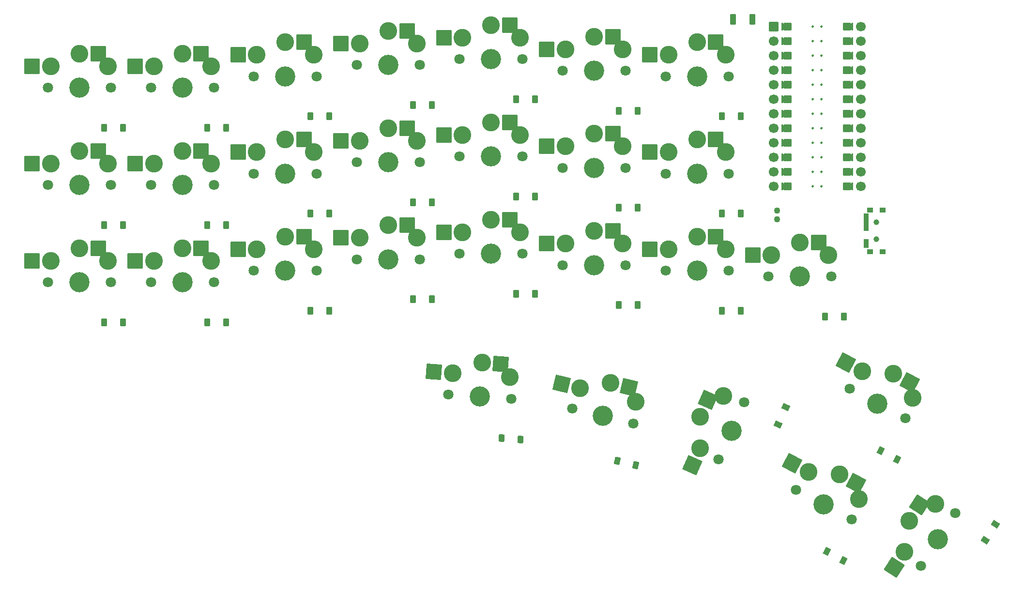
<source format=gbr>
%TF.GenerationSoftware,KiCad,Pcbnew,6.0.7*%
%TF.CreationDate,2022-09-15T23:21:12-04:00*%
%TF.ProjectId,flutter_v2_wren,666c7574-7465-4725-9f76-325f7772656e,v1.0.0*%
%TF.SameCoordinates,Original*%
%TF.FileFunction,Soldermask,Top*%
%TF.FilePolarity,Negative*%
%FSLAX46Y46*%
G04 Gerber Fmt 4.6, Leading zero omitted, Abs format (unit mm)*
G04 Created by KiCad (PCBNEW 6.0.7) date 2022-09-15 23:21:12*
%MOMM*%
%LPD*%
G01*
G04 APERTURE LIST*
G04 Aperture macros list*
%AMRoundRect*
0 Rectangle with rounded corners*
0 $1 Rounding radius*
0 $2 $3 $4 $5 $6 $7 $8 $9 X,Y pos of 4 corners*
0 Add a 4 corners polygon primitive as box body*
4,1,4,$2,$3,$4,$5,$6,$7,$8,$9,$2,$3,0*
0 Add four circle primitives for the rounded corners*
1,1,$1+$1,$2,$3*
1,1,$1+$1,$4,$5*
1,1,$1+$1,$6,$7*
1,1,$1+$1,$8,$9*
0 Add four rect primitives between the rounded corners*
20,1,$1+$1,$2,$3,$4,$5,0*
20,1,$1+$1,$4,$5,$6,$7,0*
20,1,$1+$1,$6,$7,$8,$9,0*
20,1,$1+$1,$8,$9,$2,$3,0*%
%AMFreePoly0*
4,1,14,0.635355,0.435355,0.650000,0.400000,0.650000,0.200000,0.635355,0.164645,0.035355,-0.435355,0.000000,-0.450000,-0.035355,-0.435355,-0.635355,0.164645,-0.650000,0.200000,-0.650000,0.400000,-0.635355,0.435355,-0.600000,0.450000,0.600000,0.450000,0.635355,0.435355,0.635355,0.435355,$1*%
%AMFreePoly1*
4,1,16,0.635355,1.035355,0.650000,1.000000,0.650000,-0.250000,0.635355,-0.285355,0.600000,-0.300000,-0.600000,-0.300000,-0.635355,-0.285355,-0.650000,-0.250000,-0.650000,1.000000,-0.635355,1.035355,-0.600000,1.050000,-0.564645,1.035355,0.000000,0.470710,0.564645,1.035355,0.600000,1.050000,0.635355,1.035355,0.635355,1.035355,$1*%
G04 Aperture macros list end*
%ADD10C,0.250000*%
%ADD11C,0.100000*%
%ADD12C,3.529000*%
%ADD13C,1.801800*%
%ADD14C,3.100000*%
%ADD15RoundRect,0.050000X-1.300000X-1.300000X1.300000X-1.300000X1.300000X1.300000X-1.300000X1.300000X0*%
%ADD16RoundRect,0.050000X0.450000X0.600000X-0.450000X0.600000X-0.450000X-0.600000X0.450000X-0.600000X0*%
%ADD17RoundRect,0.050000X0.658851X-1.716367X1.716367X0.658851X-0.658851X1.716367X-1.716367X-0.658851X0*%
%ADD18RoundRect,0.050000X-0.365096X0.655137X-0.731159X-0.167053X0.365096X-0.655137X0.731159X0.167053X0*%
%ADD19RoundRect,0.050000X-1.758145X-0.537519X0.537519X-1.758145X1.758145X0.537519X-0.537519X1.758145X0*%
%ADD20RoundRect,0.050000X0.679009X0.318506X-0.115643X0.741031X-0.679009X-0.318506X0.115643X-0.741031X0*%
%ADD21RoundRect,0.050000X0.382241X-1.798302X1.798302X0.382241X-0.382241X1.798302X-1.798302X-0.382241X0*%
%ADD22RoundRect,0.050000X-0.258115X0.704185X-0.748290X-0.050618X0.258115X-0.704185X0.748290X0.050618X0*%
%ADD23RoundRect,0.050000X-1.387517X-1.206150X1.206150X-1.387517X1.387517X1.206150X-1.206150X1.387517X0*%
%ADD24RoundRect,0.050000X0.490758X0.567148X-0.407050X0.629929X-0.490758X-0.567148X0.407050X-0.629929X0*%
%ADD25RoundRect,0.050000X-1.567560X-0.960602X0.960602X-1.567560X1.567560X0.960602X-0.960602X1.567560X0*%
%ADD26RoundRect,0.050000X0.577634X0.478372X-0.297499X0.688472X-0.577634X-0.478372X0.297499X-0.688472X0*%
%ADD27C,1.700000*%
%ADD28FreePoly0,90.000000*%
%ADD29FreePoly1,90.000000*%
%ADD30RoundRect,0.050000X-0.800000X0.800000X-0.800000X-0.800000X0.800000X-0.800000X0.800000X0.800000X0*%
%ADD31FreePoly1,270.000000*%
%ADD32FreePoly0,270.000000*%
%ADD33RoundRect,0.050000X-0.450000X-0.850000X0.450000X-0.850000X0.450000X0.850000X-0.450000X0.850000X0*%
%ADD34C,1.000000*%
%ADD35RoundRect,0.050000X-0.350000X-0.750000X0.350000X-0.750000X0.350000X0.750000X-0.350000X0.750000X0*%
%ADD36RoundRect,0.050000X-0.500000X-0.400000X0.500000X-0.400000X0.500000X0.400000X-0.500000X0.400000X0*%
%ADD37C,1.100000*%
G04 APERTURE END LIST*
D10*
%TO.C,MCU1*%
X128363000Y16780000D02*
G75*
G03*
X128363000Y16780000I-125000J0D01*
G01*
X129887000Y16780000D02*
G75*
G03*
X129887000Y16780000I-125000J0D01*
G01*
X128363000Y19320000D02*
G75*
G03*
X128363000Y19320000I-125000J0D01*
G01*
X129887000Y19320000D02*
G75*
G03*
X129887000Y19320000I-125000J0D01*
G01*
X128363000Y21860000D02*
G75*
G03*
X128363000Y21860000I-125000J0D01*
G01*
X129887000Y21860000D02*
G75*
G03*
X129887000Y21860000I-125000J0D01*
G01*
X128363000Y24400000D02*
G75*
G03*
X128363000Y24400000I-125000J0D01*
G01*
X129887000Y24400000D02*
G75*
G03*
X129887000Y24400000I-125000J0D01*
G01*
X128363000Y26940000D02*
G75*
G03*
X128363000Y26940000I-125000J0D01*
G01*
X129887000Y26940000D02*
G75*
G03*
X129887000Y26940000I-125000J0D01*
G01*
X128363000Y29480000D02*
G75*
G03*
X128363000Y29480000I-125000J0D01*
G01*
X129887000Y29480000D02*
G75*
G03*
X129887000Y29480000I-125000J0D01*
G01*
X128363000Y32020000D02*
G75*
G03*
X128363000Y32020000I-125000J0D01*
G01*
X129887000Y32020000D02*
G75*
G03*
X129887000Y32020000I-125000J0D01*
G01*
X128363000Y34560000D02*
G75*
G03*
X128363000Y34560000I-125000J0D01*
G01*
X129887000Y34560000D02*
G75*
G03*
X129887000Y34560000I-125000J0D01*
G01*
X128363000Y37100000D02*
G75*
G03*
X128363000Y37100000I-125000J0D01*
G01*
X129887000Y37100000D02*
G75*
G03*
X129887000Y37100000I-125000J0D01*
G01*
X128363000Y39640000D02*
G75*
G03*
X128363000Y39640000I-125000J0D01*
G01*
X129887000Y39640000D02*
G75*
G03*
X129887000Y39640000I-125000J0D01*
G01*
X129887000Y42180000D02*
G75*
G03*
X129887000Y42180000I-125000J0D01*
G01*
X128363000Y42180000D02*
G75*
G03*
X128363000Y42180000I-125000J0D01*
G01*
X128363000Y44720000D02*
G75*
G03*
X128363000Y44720000I-125000J0D01*
G01*
X129887000Y44720000D02*
G75*
G03*
X129887000Y44720000I-125000J0D01*
G01*
G36*
X135096000Y44212000D02*
G01*
X134080000Y44212000D01*
X134080000Y45228000D01*
X135096000Y45228000D01*
X135096000Y44212000D01*
G37*
D11*
X135096000Y44212000D02*
X134080000Y44212000D01*
X134080000Y45228000D01*
X135096000Y45228000D01*
X135096000Y44212000D01*
G36*
X135096000Y28972000D02*
G01*
X134080000Y28972000D01*
X134080000Y29988000D01*
X135096000Y29988000D01*
X135096000Y28972000D01*
G37*
X135096000Y28972000D02*
X134080000Y28972000D01*
X134080000Y29988000D01*
X135096000Y29988000D01*
X135096000Y28972000D01*
G36*
X135096000Y41672000D02*
G01*
X134080000Y41672000D01*
X134080000Y42688000D01*
X135096000Y42688000D01*
X135096000Y41672000D01*
G37*
X135096000Y41672000D02*
X134080000Y41672000D01*
X134080000Y42688000D01*
X135096000Y42688000D01*
X135096000Y41672000D01*
G36*
X135096000Y39132000D02*
G01*
X134080000Y39132000D01*
X134080000Y40148000D01*
X135096000Y40148000D01*
X135096000Y39132000D01*
G37*
X135096000Y39132000D02*
X134080000Y39132000D01*
X134080000Y40148000D01*
X135096000Y40148000D01*
X135096000Y39132000D01*
G36*
X135096000Y34052000D02*
G01*
X134080000Y34052000D01*
X134080000Y35068000D01*
X135096000Y35068000D01*
X135096000Y34052000D01*
G37*
X135096000Y34052000D02*
X134080000Y34052000D01*
X134080000Y35068000D01*
X135096000Y35068000D01*
X135096000Y34052000D01*
G36*
X135096000Y31512000D02*
G01*
X134080000Y31512000D01*
X134080000Y32528000D01*
X135096000Y32528000D01*
X135096000Y31512000D01*
G37*
X135096000Y31512000D02*
X134080000Y31512000D01*
X134080000Y32528000D01*
X135096000Y32528000D01*
X135096000Y31512000D01*
G36*
X135096000Y23892000D02*
G01*
X134080000Y23892000D01*
X134080000Y24908000D01*
X135096000Y24908000D01*
X135096000Y23892000D01*
G37*
X135096000Y23892000D02*
X134080000Y23892000D01*
X134080000Y24908000D01*
X135096000Y24908000D01*
X135096000Y23892000D01*
G36*
X135096000Y18812000D02*
G01*
X134080000Y18812000D01*
X134080000Y19828000D01*
X135096000Y19828000D01*
X135096000Y18812000D01*
G37*
X135096000Y18812000D02*
X134080000Y18812000D01*
X134080000Y19828000D01*
X135096000Y19828000D01*
X135096000Y18812000D01*
G36*
X135096000Y36592000D02*
G01*
X134080000Y36592000D01*
X134080000Y37608000D01*
X135096000Y37608000D01*
X135096000Y36592000D01*
G37*
X135096000Y36592000D02*
X134080000Y36592000D01*
X134080000Y37608000D01*
X135096000Y37608000D01*
X135096000Y36592000D01*
G36*
X135096000Y26432000D02*
G01*
X134080000Y26432000D01*
X134080000Y27448000D01*
X135096000Y27448000D01*
X135096000Y26432000D01*
G37*
X135096000Y26432000D02*
X134080000Y26432000D01*
X134080000Y27448000D01*
X135096000Y27448000D01*
X135096000Y26432000D01*
G36*
X135096000Y21352000D02*
G01*
X134080000Y21352000D01*
X134080000Y22368000D01*
X135096000Y22368000D01*
X135096000Y21352000D01*
G37*
X135096000Y21352000D02*
X134080000Y21352000D01*
X134080000Y22368000D01*
X135096000Y22368000D01*
X135096000Y21352000D01*
G36*
X135096000Y16272000D02*
G01*
X134080000Y16272000D01*
X134080000Y17288000D01*
X135096000Y17288000D01*
X135096000Y16272000D01*
G37*
X135096000Y16272000D02*
X134080000Y16272000D01*
X134080000Y17288000D01*
X135096000Y17288000D01*
X135096000Y16272000D01*
G36*
X123920000Y16272000D02*
G01*
X122904000Y16272000D01*
X122904000Y17288000D01*
X123920000Y17288000D01*
X123920000Y16272000D01*
G37*
X123920000Y16272000D02*
X122904000Y16272000D01*
X122904000Y17288000D01*
X123920000Y17288000D01*
X123920000Y16272000D01*
G36*
X123920000Y18812000D02*
G01*
X122904000Y18812000D01*
X122904000Y19828000D01*
X123920000Y19828000D01*
X123920000Y18812000D01*
G37*
X123920000Y18812000D02*
X122904000Y18812000D01*
X122904000Y19828000D01*
X123920000Y19828000D01*
X123920000Y18812000D01*
G36*
X123920000Y21352000D02*
G01*
X122904000Y21352000D01*
X122904000Y22368000D01*
X123920000Y22368000D01*
X123920000Y21352000D01*
G37*
X123920000Y21352000D02*
X122904000Y21352000D01*
X122904000Y22368000D01*
X123920000Y22368000D01*
X123920000Y21352000D01*
G36*
X123920000Y23892000D02*
G01*
X122904000Y23892000D01*
X122904000Y24908000D01*
X123920000Y24908000D01*
X123920000Y23892000D01*
G37*
X123920000Y23892000D02*
X122904000Y23892000D01*
X122904000Y24908000D01*
X123920000Y24908000D01*
X123920000Y23892000D01*
G36*
X123920000Y26432000D02*
G01*
X122904000Y26432000D01*
X122904000Y27448000D01*
X123920000Y27448000D01*
X123920000Y26432000D01*
G37*
X123920000Y26432000D02*
X122904000Y26432000D01*
X122904000Y27448000D01*
X123920000Y27448000D01*
X123920000Y26432000D01*
G36*
X123920000Y28972000D02*
G01*
X122904000Y28972000D01*
X122904000Y29988000D01*
X123920000Y29988000D01*
X123920000Y28972000D01*
G37*
X123920000Y28972000D02*
X122904000Y28972000D01*
X122904000Y29988000D01*
X123920000Y29988000D01*
X123920000Y28972000D01*
G36*
X123920000Y31512000D02*
G01*
X122904000Y31512000D01*
X122904000Y32528000D01*
X123920000Y32528000D01*
X123920000Y31512000D01*
G37*
X123920000Y31512000D02*
X122904000Y31512000D01*
X122904000Y32528000D01*
X123920000Y32528000D01*
X123920000Y31512000D01*
G36*
X123920000Y34052000D02*
G01*
X122904000Y34052000D01*
X122904000Y35068000D01*
X123920000Y35068000D01*
X123920000Y34052000D01*
G37*
X123920000Y34052000D02*
X122904000Y34052000D01*
X122904000Y35068000D01*
X123920000Y35068000D01*
X123920000Y34052000D01*
G36*
X123920000Y36592000D02*
G01*
X122904000Y36592000D01*
X122904000Y37608000D01*
X123920000Y37608000D01*
X123920000Y36592000D01*
G37*
X123920000Y36592000D02*
X122904000Y36592000D01*
X122904000Y37608000D01*
X123920000Y37608000D01*
X123920000Y36592000D01*
G36*
X123920000Y39132000D02*
G01*
X122904000Y39132000D01*
X122904000Y40148000D01*
X123920000Y40148000D01*
X123920000Y39132000D01*
G37*
X123920000Y39132000D02*
X122904000Y39132000D01*
X122904000Y40148000D01*
X123920000Y40148000D01*
X123920000Y39132000D01*
G36*
X123920000Y41672000D02*
G01*
X122904000Y41672000D01*
X122904000Y42688000D01*
X123920000Y42688000D01*
X123920000Y41672000D01*
G37*
X123920000Y41672000D02*
X122904000Y41672000D01*
X122904000Y42688000D01*
X123920000Y42688000D01*
X123920000Y41672000D01*
G36*
X123920000Y44212000D02*
G01*
X122904000Y44212000D01*
X122904000Y45228000D01*
X123920000Y45228000D01*
X123920000Y44212000D01*
G37*
X123920000Y44212000D02*
X122904000Y44212000D01*
X122904000Y45228000D01*
X123920000Y45228000D01*
X123920000Y44212000D01*
%TD*%
D12*
%TO.C,S1*%
X0Y0D03*
D13*
X5500000Y0D03*
X-5500000Y0D03*
D14*
X5000000Y3750000D03*
X0Y5950000D03*
X-5000000Y3750000D03*
X0Y5950000D03*
D15*
X3275000Y5950000D03*
X-8275000Y3750000D03*
%TD*%
D16*
%TO.C,D1*%
X7650000Y-7000000D03*
X4350000Y-7000000D03*
%TD*%
D12*
%TO.C,S2*%
X0Y17000000D03*
D13*
X5500000Y17000000D03*
X-5500000Y17000000D03*
D14*
X5000000Y20750000D03*
X0Y22950000D03*
X-5000000Y20750000D03*
X0Y22950000D03*
D15*
X3275000Y22950000D03*
X-8275000Y20750000D03*
%TD*%
D16*
%TO.C,D2*%
X7650000Y10000000D03*
X4350000Y10000000D03*
%TD*%
D12*
%TO.C,S3*%
X0Y34000000D03*
D13*
X5500000Y34000000D03*
X-5500000Y34000000D03*
D14*
X5000000Y37750000D03*
X0Y39950000D03*
X-5000000Y37750000D03*
X0Y39950000D03*
D15*
X3275000Y39950000D03*
X-8275000Y37750000D03*
%TD*%
D16*
%TO.C,D3*%
X7650000Y27000000D03*
X4350000Y27000000D03*
%TD*%
D12*
%TO.C,S4*%
X18000000Y0D03*
D13*
X23500000Y0D03*
X12500000Y0D03*
D14*
X23000000Y3750000D03*
X18000000Y5950000D03*
X13000000Y3750000D03*
X18000000Y5950000D03*
D15*
X21275000Y5950000D03*
X9725000Y3750000D03*
%TD*%
D16*
%TO.C,D4*%
X25650000Y-7000000D03*
X22350000Y-7000000D03*
%TD*%
D12*
%TO.C,S5*%
X18000000Y17000000D03*
D13*
X23500000Y17000000D03*
X12500000Y17000000D03*
D14*
X23000000Y20750000D03*
X18000000Y22950000D03*
X13000000Y20750000D03*
X18000000Y22950000D03*
D15*
X21275000Y22950000D03*
X9725000Y20750000D03*
%TD*%
D16*
%TO.C,D5*%
X25650000Y10000000D03*
X22350000Y10000000D03*
%TD*%
D12*
%TO.C,S6*%
X18000000Y34000000D03*
D13*
X23500000Y34000000D03*
X12500000Y34000000D03*
D14*
X23000000Y37750000D03*
X18000000Y39950000D03*
X13000000Y37750000D03*
X18000000Y39950000D03*
D15*
X21275000Y39950000D03*
X9725000Y37750000D03*
%TD*%
D16*
%TO.C,D6*%
X25650000Y27000000D03*
X22350000Y27000000D03*
%TD*%
D12*
%TO.C,S7*%
X36000000Y2000000D03*
D13*
X41500000Y2000000D03*
X30500000Y2000000D03*
D14*
X41000000Y5750000D03*
X36000000Y7950000D03*
X31000000Y5750000D03*
X36000000Y7950000D03*
D15*
X39275000Y7950000D03*
X27725000Y5750000D03*
%TD*%
D16*
%TO.C,D7*%
X43650000Y-5000000D03*
X40350000Y-5000000D03*
%TD*%
D12*
%TO.C,S8*%
X36000000Y19000000D03*
D13*
X41500000Y19000000D03*
X30500000Y19000000D03*
D14*
X41000000Y22750000D03*
X36000000Y24950000D03*
X31000000Y22750000D03*
X36000000Y24950000D03*
D15*
X39275000Y24950000D03*
X27725000Y22750000D03*
%TD*%
D16*
%TO.C,D8*%
X43650000Y12000000D03*
X40350000Y12000000D03*
%TD*%
D12*
%TO.C,S9*%
X36000000Y36000000D03*
D13*
X41500000Y36000000D03*
X30500000Y36000000D03*
D14*
X41000000Y39750000D03*
X36000000Y41950000D03*
X31000000Y39750000D03*
X36000000Y41950000D03*
D15*
X39275000Y41950000D03*
X27725000Y39750000D03*
%TD*%
D16*
%TO.C,D9*%
X43650000Y29000000D03*
X40350000Y29000000D03*
%TD*%
D12*
%TO.C,S10*%
X54000000Y4000000D03*
D13*
X59500000Y4000000D03*
X48500000Y4000000D03*
D14*
X59000000Y7750000D03*
X54000000Y9950000D03*
X49000000Y7750000D03*
X54000000Y9950000D03*
D15*
X57275000Y9950000D03*
X45725000Y7750000D03*
%TD*%
D16*
%TO.C,D10*%
X61650000Y-3000000D03*
X58350000Y-3000000D03*
%TD*%
D12*
%TO.C,S11*%
X54000000Y21000000D03*
D13*
X59500000Y21000000D03*
X48500000Y21000000D03*
D14*
X59000000Y24750000D03*
X54000000Y26950000D03*
X49000000Y24750000D03*
X54000000Y26950000D03*
D15*
X57275000Y26950000D03*
X45725000Y24750000D03*
%TD*%
D16*
%TO.C,D11*%
X61650000Y14000000D03*
X58350000Y14000000D03*
%TD*%
D12*
%TO.C,S12*%
X54000000Y38000000D03*
D13*
X59500000Y38000000D03*
X48500000Y38000000D03*
D14*
X59000000Y41750000D03*
X54000000Y43950000D03*
X49000000Y41750000D03*
X54000000Y43950000D03*
D15*
X57275000Y43950000D03*
X45725000Y41750000D03*
%TD*%
D16*
%TO.C,D12*%
X61650000Y31000000D03*
X58350000Y31000000D03*
%TD*%
D12*
%TO.C,S13*%
X72000000Y5000000D03*
D13*
X77500000Y5000000D03*
X66500000Y5000000D03*
D14*
X77000000Y8750000D03*
X72000000Y10950000D03*
X67000000Y8750000D03*
X72000000Y10950000D03*
D15*
X75275000Y10950000D03*
X63725000Y8750000D03*
%TD*%
D16*
%TO.C,D13*%
X79650000Y-2000000D03*
X76350000Y-2000000D03*
%TD*%
D12*
%TO.C,S14*%
X72000000Y22000000D03*
D13*
X77500000Y22000000D03*
X66500000Y22000000D03*
D14*
X77000000Y25750000D03*
X72000000Y27950000D03*
X67000000Y25750000D03*
X72000000Y27950000D03*
D15*
X75275000Y27950000D03*
X63725000Y25750000D03*
%TD*%
D16*
%TO.C,D14*%
X79650000Y15000000D03*
X76350000Y15000000D03*
%TD*%
D12*
%TO.C,S15*%
X72000000Y39000000D03*
D13*
X77500000Y39000000D03*
X66500000Y39000000D03*
D14*
X77000000Y42750000D03*
X72000000Y44950000D03*
X67000000Y42750000D03*
X72000000Y44950000D03*
D15*
X75275000Y44950000D03*
X63725000Y42750000D03*
%TD*%
D16*
%TO.C,D15*%
X79650000Y32000000D03*
X76350000Y32000000D03*
%TD*%
D12*
%TO.C,S16*%
X90000000Y3000000D03*
D13*
X95500000Y3000000D03*
X84500000Y3000000D03*
D14*
X95000000Y6750000D03*
X90000000Y8950000D03*
X85000000Y6750000D03*
X90000000Y8950000D03*
D15*
X93275000Y8950000D03*
X81725000Y6750000D03*
%TD*%
D16*
%TO.C,D16*%
X97650000Y-4000000D03*
X94350000Y-4000000D03*
%TD*%
D12*
%TO.C,S17*%
X90000000Y20000000D03*
D13*
X95500000Y20000000D03*
X84500000Y20000000D03*
D14*
X95000000Y23750000D03*
X90000000Y25950000D03*
X85000000Y23750000D03*
X90000000Y25950000D03*
D15*
X93275000Y25950000D03*
X81725000Y23750000D03*
%TD*%
D16*
%TO.C,D17*%
X97650000Y13000000D03*
X94350000Y13000000D03*
%TD*%
D12*
%TO.C,S18*%
X90000000Y37000000D03*
D13*
X95500000Y37000000D03*
X84500000Y37000000D03*
D14*
X95000000Y40750000D03*
X90000000Y42950000D03*
X85000000Y40750000D03*
X90000000Y42950000D03*
D15*
X93275000Y42950000D03*
X81725000Y40750000D03*
%TD*%
D16*
%TO.C,D18*%
X97650000Y30000000D03*
X94350000Y30000000D03*
%TD*%
D12*
%TO.C,S19*%
X108000000Y2000000D03*
D13*
X113500000Y2000000D03*
X102500000Y2000000D03*
D14*
X113000000Y5750000D03*
X108000000Y7950000D03*
X103000000Y5750000D03*
X108000000Y7950000D03*
D15*
X111275000Y7950000D03*
X99725000Y5750000D03*
%TD*%
D16*
%TO.C,D19*%
X115650000Y-5000000D03*
X112350000Y-5000000D03*
%TD*%
D12*
%TO.C,S20*%
X108000000Y19000000D03*
D13*
X113500000Y19000000D03*
X102500000Y19000000D03*
D14*
X113000000Y22750000D03*
X108000000Y24950000D03*
X103000000Y22750000D03*
X108000000Y24950000D03*
D15*
X111275000Y24950000D03*
X99725000Y22750000D03*
%TD*%
D16*
%TO.C,D20*%
X115650000Y12000000D03*
X112350000Y12000000D03*
%TD*%
D12*
%TO.C,S21*%
X108000000Y36000000D03*
D13*
X113500000Y36000000D03*
X102500000Y36000000D03*
D14*
X113000000Y39750000D03*
X108000000Y41950000D03*
X103000000Y39750000D03*
X108000000Y41950000D03*
D15*
X111275000Y41950000D03*
X99725000Y39750000D03*
%TD*%
D16*
%TO.C,D21*%
X115650000Y29000000D03*
X112350000Y29000000D03*
%TD*%
D12*
%TO.C,S22*%
X114000000Y-26000000D03*
D13*
X116237052Y-20975500D03*
X111762948Y-31024500D03*
D14*
X112607888Y-19907010D03*
X108564405Y-23579917D03*
X108540521Y-29042465D03*
X108564405Y-23579917D03*
D17*
X109896467Y-20588056D03*
X107208459Y-32034326D03*
%TD*%
D18*
%TO.C,D22*%
X123506353Y-21858534D03*
X122164123Y-24873234D03*
%TD*%
D12*
%TO.C,S23*%
X130155879Y-38885169D03*
D13*
X135012091Y-41467263D03*
X125299667Y-36303075D03*
D14*
X136331135Y-37921473D03*
X132949235Y-33631631D03*
X127501659Y-33226758D03*
X132949235Y-33631631D03*
D19*
X135840888Y-35169150D03*
X124610006Y-31689238D03*
%TD*%
D20*
%TO.C,D23*%
X133624127Y-48657260D03*
X130710399Y-47108004D03*
%TD*%
D12*
%TO.C,S24*%
X139545310Y-21226217D03*
D13*
X144401522Y-23808311D03*
X134689098Y-18644123D03*
D14*
X145720566Y-20262521D03*
X142338666Y-15972679D03*
X136891090Y-15567806D03*
X142338666Y-15972679D03*
D19*
X145230319Y-17510198D03*
X133999437Y-14030286D03*
%TD*%
D20*
%TO.C,D24*%
X143013559Y-30998308D03*
X140099831Y-29449052D03*
%TD*%
D12*
%TO.C,S25*%
X150134191Y-44977546D03*
D13*
X153129706Y-40364858D03*
X147138676Y-49590234D03*
D14*
X149712372Y-38741797D03*
X145144101Y-41736944D03*
X144265981Y-47128502D03*
X145144101Y-41736944D03*
D21*
X146927794Y-38990298D03*
X142482288Y-49875149D03*
%TD*%
D22*
%TO.C,D25*%
X160171373Y-42374190D03*
X158374065Y-45141802D03*
%TD*%
D12*
%TO.C,S26*%
X126000000Y1000000D03*
D13*
X131500000Y1000000D03*
X120500000Y1000000D03*
D14*
X131000000Y4750000D03*
X126000000Y6950000D03*
X121000000Y4750000D03*
X126000000Y6950000D03*
D15*
X129275000Y6950000D03*
X117725000Y4750000D03*
%TD*%
D16*
%TO.C,D26*%
X133650000Y-6000000D03*
X130350000Y-6000000D03*
%TD*%
D12*
%TO.C,S27*%
X70000000Y-20000000D03*
D13*
X75486602Y-20383661D03*
X64513398Y-19616339D03*
D14*
X75249407Y-16607917D03*
X70415051Y-14064494D03*
X65273767Y-15910352D03*
X70415051Y-14064494D03*
D23*
X73682073Y-14292946D03*
X62006744Y-15681900D03*
%TD*%
D24*
%TO.C,D27*%
X77143070Y-27516585D03*
X73851108Y-27286389D03*
%TD*%
D12*
%TO.C,S28*%
X91500000Y-23400000D03*
D13*
X96848035Y-24683950D03*
X86151965Y-22116050D03*
D14*
X97237270Y-20920840D03*
X92889000Y-17614399D03*
X87513571Y-18586386D03*
X92889000Y-17614399D03*
D25*
X96073511Y-18378933D03*
X84329059Y-17821852D03*
%TD*%
D26*
%TO.C,D28*%
X97304512Y-31992447D03*
X94095692Y-31222077D03*
%TD*%
D27*
%TO.C,MCU1*%
X121380000Y44720000D03*
X121380000Y42180000D03*
X121380000Y39640000D03*
X121380000Y37100000D03*
X121380000Y34560000D03*
X121380000Y32020000D03*
X121380000Y29480000D03*
X121380000Y26940000D03*
X121380000Y24400000D03*
X121380000Y21860000D03*
X121380000Y19320000D03*
X121380000Y16780000D03*
X136620000Y16780000D03*
X136620000Y19320000D03*
X136620000Y21860000D03*
X136620000Y24400000D03*
X136620000Y26940000D03*
X136620000Y29480000D03*
X136620000Y32020000D03*
X136620000Y34560000D03*
X136620000Y37100000D03*
X136620000Y39640000D03*
X136620000Y42180000D03*
X136620000Y44720000D03*
D28*
X123158000Y44720000D03*
D29*
X124174000Y44720000D03*
D30*
X121380000Y44720000D03*
D28*
X123158000Y42180000D03*
D29*
X124174000Y42180000D03*
D28*
X123158000Y39640000D03*
D29*
X124174000Y39640000D03*
D28*
X123158000Y37100000D03*
D29*
X124174000Y37100000D03*
D28*
X123158000Y34560000D03*
D29*
X124174000Y34560000D03*
D28*
X123158000Y32020000D03*
D29*
X124174000Y32020000D03*
D28*
X123158000Y29480000D03*
D29*
X124174000Y29480000D03*
D28*
X123158000Y26940000D03*
D29*
X124174000Y26940000D03*
D28*
X123158000Y24400000D03*
D29*
X124174000Y24400000D03*
D28*
X123158000Y21860000D03*
D29*
X124174000Y21860000D03*
D28*
X123158000Y19320000D03*
D29*
X124174000Y19320000D03*
D28*
X123158000Y16780000D03*
D29*
X124174000Y16780000D03*
D31*
X133826000Y44720000D03*
X133826000Y39640000D03*
D32*
X134842000Y39640000D03*
X134842000Y44720000D03*
D31*
X133826000Y42180000D03*
X133826000Y37100000D03*
D32*
X134842000Y42180000D03*
X134842000Y37100000D03*
D31*
X133826000Y32020000D03*
X133826000Y29480000D03*
D32*
X134842000Y29480000D03*
D31*
X133826000Y26940000D03*
X133826000Y16780000D03*
D32*
X134842000Y26940000D03*
X134842000Y16780000D03*
D31*
X133826000Y24400000D03*
D32*
X134842000Y34560000D03*
X134842000Y32020000D03*
X134842000Y24400000D03*
D31*
X133826000Y21860000D03*
D32*
X134842000Y21860000D03*
X134842000Y19320000D03*
D31*
X133826000Y19320000D03*
X133826000Y34560000D03*
%TD*%
D33*
%TO.C,*%
X117700000Y46000000D03*
X114300000Y46000000D03*
%TD*%
D34*
%TO.C,*%
X139330000Y7500000D03*
X139330000Y10500000D03*
D35*
X137570000Y6750000D03*
X137570000Y9750000D03*
X137570000Y11250000D03*
D36*
X140430000Y5350000D03*
X140430000Y12650000D03*
X138220000Y12650000D03*
X138220000Y5350000D03*
D34*
X139330000Y7500000D03*
X139330000Y10500000D03*
%TD*%
D37*
%TO.C,*%
X122000000Y12500000D03*
X122000000Y11000000D03*
%TD*%
M02*

</source>
